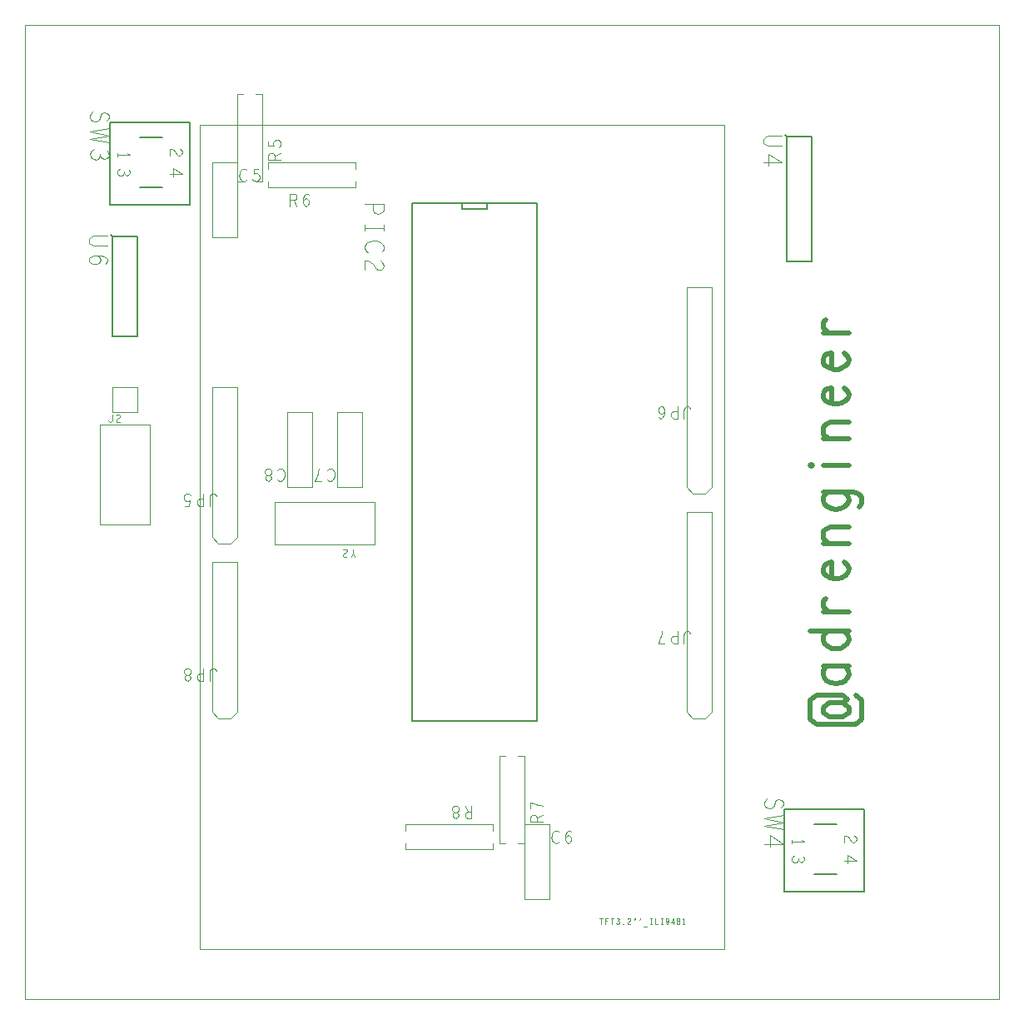
<source format=gto>
G04 ================== begin FILE IDENTIFICATION RECORD ==================*
G04 Layout Name:  C:/Projects/Board1-ili9481/board_v4.brd*
G04 Film Name:    SILKTOP*
G04 File Format:  Gerber RS274X*
G04 File Origin:  Cadence Allegro 17.2-P019*
G04 Origin Date:  Thu Oct 18 14:56:56 2018*
G04 *
G04 Layer:  BOARD GEOMETRY/SILKSCREEN_TOP*
G04 Layer:  BOARD GEOMETRY/DESIGN_OUTLINE*
G04 Layer:  BOARD GEOMETRY/CUTOUT*
G04 Layer:  REF DES/SILKSCREEN_TOP*
G04 Layer:  PACKAGE GEOMETRY/SILKSCREEN_TOP*
G04 *
G04 Offset:    (0.000 0.000)*
G04 Mirror:    No*
G04 Mode:      Positive*
G04 Rotation:  0*
G04 FullContactRelief:  No*
G04 UndefLineWidth:     0.100*
G04 ================== end FILE IDENTIFICATION RECORD ====================*
%FSLAX25Y25*MOMM*%
%IR0*IPPOS*OFA0.00000B0.00000*MIA0B0*SFA1.00000B1.00000*%
%ADD10C,.1*%
%ADD11C,.2*%
%ADD12C,.5*%
%ADD13C,.203*%
G75*
%LPD*%
G75*
G54D10*
G01X840700Y7763600D02*
X704200D01*
X675600Y7754200D01*
X656500Y7735200D01*
X650200Y7711500D01*
X656500Y7687800D01*
X675600Y7668800D01*
X704200Y7659400D01*
X840700D01*
G01X729600Y7566000D02*
X751800Y7549400D01*
X764500Y7535200D01*
X770800Y7516300D01*
X764500Y7499700D01*
X751800Y7487800D01*
X732700Y7478300D01*
X710500Y7476000D01*
X691500Y7478300D01*
X672400Y7487800D01*
X656500Y7502000D01*
X650200Y7518600D01*
X656500Y7537600D01*
X675600Y7554200D01*
X704200Y7563700D01*
X735900Y7566000D01*
X777200Y7561300D01*
X799400Y7554200D01*
X821600Y7542300D01*
X837500Y7525700D01*
X840700Y7509200D01*
X834400Y7492600D01*
X818500Y7480700D01*
G01X688300Y9023900D02*
X672400Y9004900D01*
X662900Y8983600D01*
Y8964600D01*
X672400Y8945700D01*
X688300Y8931400D01*
X710500Y8924300D01*
X732700Y8929100D01*
X751800Y8940900D01*
X764500Y8962300D01*
X770900Y8990700D01*
X783500Y9007300D01*
X805800Y9014400D01*
X828000Y9009600D01*
X843900Y8997800D01*
X853400Y8981200D01*
Y8964600D01*
X847100Y8948000D01*
X831200Y8933800D01*
G01X853400Y8854700D02*
X662900Y8821500D01*
X853400Y8783600D01*
X662900Y8745700D01*
X853400Y8712500D01*
G01X701000Y8645200D02*
X678800Y8631000D01*
X666100Y8612100D01*
X662900Y8590700D01*
X666100Y8571800D01*
X681900Y8552800D01*
X701000Y8541000D01*
X720000Y8538600D01*
X742300Y8543300D01*
X758100Y8559900D01*
X764500Y8576500D01*
Y8597800D01*
G01Y8576500D02*
X774000Y8562300D01*
X789900Y8550400D01*
X808900Y8545700D01*
X828000Y8550400D01*
X843900Y8562300D01*
X853400Y8583600D01*
X850200Y8604900D01*
X837500Y8626300D01*
G01X850400Y5885600D02*
X855300Y5877800D01*
X861100Y5872500D01*
X868000Y5869900D01*
X875700Y5872500D01*
X881600Y5877800D01*
X887400Y5885600D01*
X889400Y5896100D01*
Y5948600D01*
G01X930100Y5935500D02*
X935900Y5943400D01*
X942800Y5947300D01*
X950500Y5948600D01*
X960300Y5946000D01*
X967100Y5939400D01*
X969000Y5931500D01*
X968100Y5923700D01*
X964200Y5917100D01*
X944700Y5904000D01*
X935900Y5894800D01*
X930100Y5881700D01*
X928200Y5869900D01*
X969000D01*
G01X965200Y8445300D02*
X950400Y8435700D01*
X941900Y8422800D01*
X939800Y8408300D01*
X941900Y8395500D01*
X952500Y8382600D01*
X965200Y8374600D01*
X977900Y8373000D01*
X992700Y8376200D01*
X1003300Y8387400D01*
X1007500Y8398700D01*
Y8413200D01*
G01Y8398700D02*
X1013900Y8389000D01*
X1024500Y8381000D01*
X1037200Y8377800D01*
X1049900Y8381000D01*
X1060400Y8389000D01*
X1066800Y8403500D01*
X1064700Y8418000D01*
X1056200Y8432500D01*
G01X939800Y8587800D02*
X1066800D01*
X1041400Y8607100D01*
G01X939800D02*
Y8568500D01*
G01X1944800Y3340100D02*
X1936800Y3352800D01*
X1927100Y3361300D01*
X1915900Y3365500D01*
X1903000Y3361300D01*
X1893300Y3352800D01*
X1883700Y3340100D01*
X1880500Y3323200D01*
Y3238500D01*
G01X1815300Y3365500D02*
Y3238500D01*
X1776700D01*
X1763800Y3244900D01*
X1754200Y3259700D01*
X1751000Y3276600D01*
X1754200Y3293500D01*
X1762200Y3306200D01*
X1776700Y3312600D01*
X1815300D01*
G01X1653700Y3365500D02*
X1642400Y3363400D01*
X1629500Y3357000D01*
X1621500Y3346500D01*
X1618300Y3331600D01*
X1621500Y3316800D01*
X1631100Y3304100D01*
X1645600Y3297800D01*
X1661700D01*
X1671300Y3293500D01*
X1679400Y3283000D01*
X1682600Y3268100D01*
X1677800Y3253300D01*
X1666500Y3242700D01*
X1653700Y3238500D01*
X1640800Y3242700D01*
X1629500Y3253300D01*
X1624700Y3268100D01*
X1627900Y3283000D01*
X1636000Y3293500D01*
X1645600Y3297800D01*
X1661700D01*
X1676200Y3304100D01*
X1685800Y3316800D01*
X1689000Y3331600D01*
X1685800Y3346500D01*
X1677800Y3357000D01*
X1664900Y3363400D01*
X1653700Y3365500D01*
G01X1944800Y5118100D02*
X1936800Y5130800D01*
X1927100Y5139300D01*
X1915900Y5143500D01*
X1903000Y5139300D01*
X1893300Y5130800D01*
X1883700Y5118100D01*
X1880500Y5101200D01*
Y5016500D01*
G01X1815300Y5143500D02*
Y5016500D01*
X1776700D01*
X1763800Y5022900D01*
X1754200Y5037700D01*
X1751000Y5054600D01*
X1754200Y5071500D01*
X1762200Y5084200D01*
X1776700Y5090600D01*
X1815300D01*
G01X1689000Y5124500D02*
X1679400Y5135000D01*
X1668100Y5141400D01*
X1653700Y5143500D01*
X1639200Y5139300D01*
X1627900Y5130800D01*
X1619900Y5116000D01*
X1618300Y5099100D01*
X1621500Y5082100D01*
X1629500Y5071500D01*
X1640800Y5063100D01*
X1652000Y5061000D01*
X1663300Y5063100D01*
X1677800Y5071500D01*
X1673000Y5016500D01*
X1629500D01*
G01X1473200Y8390600D02*
X1600200D01*
X1509200Y8450200D01*
Y8369700D01*
G01X1579000Y8643700D02*
X1591700Y8634100D01*
X1598100Y8622800D01*
X1600200Y8609900D01*
X1596000Y8593800D01*
X1585400Y8582600D01*
X1572700Y8579400D01*
X1560000Y8581000D01*
X1549400Y8587400D01*
X1528200Y8619600D01*
X1513400Y8634100D01*
X1492200Y8643700D01*
X1473200Y8646900D01*
Y8579400D01*
G01X2569400Y5281100D02*
X2579000Y5274700D01*
X2590300Y5270500D01*
X2603100D01*
X2617600Y5276900D01*
X2628900Y5287400D01*
X2636900Y5300100D01*
X2643400Y5321300D01*
X2645000Y5340400D01*
X2641700Y5359400D01*
X2636900Y5372100D01*
X2627300Y5384800D01*
X2616000Y5393300D01*
X2604800Y5397500D01*
X2593500D01*
X2582200Y5393300D01*
X2572600Y5386900D01*
X2564500Y5378500D01*
G01X2475300Y5397500D02*
X2464000Y5395400D01*
X2451100Y5389000D01*
X2443100Y5378500D01*
X2439900Y5363600D01*
X2443100Y5348800D01*
X2452700Y5336100D01*
X2467200Y5329800D01*
X2483300D01*
X2492900Y5325500D01*
X2501000Y5315000D01*
X2504200Y5300100D01*
X2499400Y5285300D01*
X2488100Y5274700D01*
X2475300Y5270500D01*
X2462400Y5274700D01*
X2451100Y5285300D01*
X2446300Y5300100D01*
X2449500Y5315000D01*
X2457600Y5325500D01*
X2467200Y5329800D01*
X2483300D01*
X2497800Y5336100D01*
X2507400Y5348800D01*
X2510600Y5363600D01*
X2507400Y5378500D01*
X2499400Y5389000D01*
X2486500Y5395400D01*
X2475300Y5397500D01*
G01X2697100Y8064500D02*
Y8191500D01*
X2737300D01*
X2750200Y8185100D01*
X2758200Y8176700D01*
X2761400Y8159700D01*
X2758200Y8142800D01*
X2748600Y8132200D01*
X2737300Y8125900D01*
X2697100D01*
G01X2737300D02*
X2761400Y8064500D01*
G01X2828200Y8117400D02*
X2839400Y8132200D01*
X2849100Y8140700D01*
X2862000Y8144900D01*
X2873200Y8140700D01*
X2881300Y8132200D01*
X2887700Y8119500D01*
X2889300Y8104700D01*
X2887700Y8092000D01*
X2881300Y8079300D01*
X2871600Y8068700D01*
X2860400Y8064500D01*
X2847500Y8068700D01*
X2836200Y8081400D01*
X2829800Y8100500D01*
X2828200Y8121600D01*
X2831400Y8149200D01*
X2836200Y8164000D01*
X2844300Y8178800D01*
X2855500Y8189400D01*
X2866800Y8191500D01*
X2878100Y8187300D01*
X2886100Y8176700D01*
G01X2256600Y8434900D02*
X2247000Y8441300D01*
X2235700Y8445500D01*
X2222900D01*
X2208400Y8439100D01*
X2197100Y8428600D01*
X2189100Y8415900D01*
X2182600Y8394700D01*
X2181000Y8375600D01*
X2184300Y8356600D01*
X2189100Y8343900D01*
X2198700Y8331200D01*
X2210000Y8322700D01*
X2221200Y8318500D01*
X2232500D01*
X2243800Y8322700D01*
X2253400Y8329100D01*
X2261500Y8337500D01*
G01X2315400D02*
X2325000Y8327000D01*
X2336300Y8320600D01*
X2350700Y8318500D01*
X2365200Y8322700D01*
X2376500Y8331200D01*
X2384500Y8346000D01*
X2386100Y8362900D01*
X2382900Y8379900D01*
X2374900Y8390500D01*
X2363600Y8398900D01*
X2352400Y8401000D01*
X2341100Y8398900D01*
X2326600Y8390500D01*
X2331400Y8445500D01*
X2374900D01*
G01X2603500Y8539100D02*
X2476500D01*
Y8579300D01*
X2482900Y8592200D01*
X2491300Y8600200D01*
X2508300Y8603400D01*
X2525200Y8600200D01*
X2535800Y8590600D01*
X2542100Y8579300D01*
Y8539100D01*
G01Y8579300D02*
X2603500Y8603400D01*
G01X2584500Y8665400D02*
X2595000Y8675000D01*
X2601400Y8686300D01*
X2603500Y8700700D01*
X2599300Y8715200D01*
X2590800Y8726500D01*
X2576000Y8734500D01*
X2559100Y8736100D01*
X2542100Y8732900D01*
X2531500Y8724900D01*
X2523100Y8713600D01*
X2521000Y8702400D01*
X2523100Y8691100D01*
X2531500Y8676600D01*
X2476500Y8681400D01*
Y8724900D01*
G01X3336300Y4574500D02*
Y4539100D01*
X3355800Y4495800D01*
G01X3316800D02*
X3336300Y4539100D01*
G01X3276100Y4508900D02*
X3270300Y4501000D01*
X3263400Y4497100D01*
X3255700Y4495800D01*
X3245900Y4498400D01*
X3239100Y4505000D01*
X3237200Y4512900D01*
X3238100Y4520700D01*
X3242000Y4527300D01*
X3261500Y4540400D01*
X3270300Y4549600D01*
X3276100Y4562700D01*
X3278000Y4574500D01*
X3237200D01*
G01X3077400Y5281100D02*
X3087000Y5274700D01*
X3098300Y5270500D01*
X3111100D01*
X3125600Y5276900D01*
X3136900Y5287400D01*
X3144900Y5300100D01*
X3151400Y5321300D01*
X3153000Y5340400D01*
X3149700Y5359400D01*
X3144900Y5372100D01*
X3135300Y5384800D01*
X3124000Y5393300D01*
X3112800Y5397500D01*
X3101500D01*
X3090200Y5393300D01*
X3080600Y5386900D01*
X3072500Y5378500D01*
G01X2986500Y5397500D02*
X2983300Y5370000D01*
X2978400Y5346700D01*
X2972000Y5325500D01*
X2963900Y5302300D01*
X2951100Y5270500D01*
X3015400D01*
G01X3456900Y8082700D02*
X3647400D01*
Y8025800D01*
X3637900Y8006900D01*
X3615700Y7992600D01*
X3590300Y7987900D01*
X3564900Y7992600D01*
X3545800Y8004500D01*
X3536300Y8025800D01*
Y8082700D01*
G01X3647400Y7873200D02*
Y7816400D01*
G01Y7844800D02*
X3456900D01*
G01Y7873200D02*
Y7816400D01*
G01X3631500Y7602200D02*
X3641100Y7616400D01*
X3647400Y7633000D01*
Y7651900D01*
X3637900Y7673300D01*
X3622000Y7689800D01*
X3602900Y7701700D01*
X3571200Y7711200D01*
X3542600Y7713600D01*
X3514000Y7708800D01*
X3495000Y7701700D01*
X3475900Y7687500D01*
X3463200Y7670900D01*
X3456900Y7654300D01*
Y7637700D01*
X3463200Y7621100D01*
X3472800Y7606900D01*
X3485500Y7595000D01*
G01X3615700Y7508800D02*
X3634700Y7494600D01*
X3644200Y7478000D01*
X3647400Y7459100D01*
X3641100Y7435400D01*
X3625200Y7418800D01*
X3606100Y7414000D01*
X3587100Y7416400D01*
X3571200Y7425900D01*
X3539400Y7473300D01*
X3517200Y7494600D01*
X3485500Y7508800D01*
X3456900Y7513600D01*
Y7414000D01*
G01X4541900Y1968500D02*
Y1841500D01*
X4501700D01*
X4488800Y1847900D01*
X4480800Y1856300D01*
X4477600Y1873300D01*
X4480800Y1890200D01*
X4490400Y1900800D01*
X4501700Y1907100D01*
X4541900D01*
G01X4501700D02*
X4477600Y1968500D01*
G01X4380300D02*
X4369000Y1966400D01*
X4356100Y1960000D01*
X4348100Y1949500D01*
X4344900Y1934600D01*
X4348100Y1919800D01*
X4357700Y1907100D01*
X4372200Y1900800D01*
X4388300D01*
X4397900Y1896500D01*
X4406000Y1886000D01*
X4409200Y1871100D01*
X4404400Y1856300D01*
X4393100Y1845700D01*
X4380300Y1841500D01*
X4367400Y1845700D01*
X4356100Y1856300D01*
X4351300Y1871100D01*
X4354500Y1886000D01*
X4362600Y1896500D01*
X4372200Y1900800D01*
X4388300D01*
X4402800Y1907100D01*
X4412400Y1919800D01*
X4415600Y1934600D01*
X4412400Y1949500D01*
X4404400Y1960000D01*
X4391500Y1966400D01*
X4380300Y1968500D01*
G01X5270500Y1808100D02*
X5143500D01*
Y1848300D01*
X5149900Y1861200D01*
X5158300Y1869200D01*
X5175300Y1872400D01*
X5192200Y1869200D01*
X5202800Y1859600D01*
X5209100Y1848300D01*
Y1808100D01*
G01Y1848300D02*
X5270500Y1872400D01*
G01Y1966500D02*
X5243000Y1969700D01*
X5219700Y1974600D01*
X5198500Y1981000D01*
X5175300Y1989100D01*
X5143500Y2001900D01*
Y1937600D01*
G01X5862300Y825500D02*
Y762000D01*
G01X5846700Y825500D02*
X5877900D01*
G01X5905200Y762000D02*
Y825500D01*
X5931000D01*
G01X5921500Y794800D02*
X5905200D01*
G01X5973900Y825500D02*
Y762000D01*
G01X5958300Y825500D02*
X5989500D01*
G01X6014800Y774700D02*
X6018900Y767300D01*
X6024300Y763100D01*
X6030400Y762000D01*
X6035800Y763100D01*
X6041200Y768300D01*
X6044600Y774700D01*
X6045300Y781000D01*
X6043900Y788500D01*
X6039200Y793700D01*
X6034400Y795900D01*
X6028300D01*
G01X6034400D02*
X6038500Y799000D01*
X6041900Y804300D01*
X6043200Y810700D01*
X6041900Y817000D01*
X6038500Y822300D01*
X6032400Y825500D01*
X6026300Y824400D01*
X6020200Y820200D01*
G01X6085500Y759900D02*
X6084100Y760900D01*
Y763100D01*
X6085500Y764100D01*
X6086900Y763100D01*
Y760900D01*
X6085500Y759900D01*
G01X6128400Y814900D02*
X6132500Y821300D01*
X6137200Y824400D01*
X6142700Y825500D01*
X6149400Y823400D01*
X6154200Y818100D01*
X6155500Y811700D01*
X6154800Y805400D01*
X6152100Y800100D01*
X6138600Y789500D01*
X6132500Y782100D01*
X6128400Y771500D01*
X6127100Y762000D01*
X6155500D01*
G01X6197100Y804300D02*
X6203900Y817600D01*
Y825500D01*
X6198800D01*
Y817600D01*
X6203900D01*
G01X6252900Y804300D02*
X6259700Y817600D01*
Y825500D01*
X6254600D01*
Y817600D01*
X6259700D01*
G01X6288400Y740800D02*
X6329000D01*
G01X6356400Y825500D02*
X6372600D01*
G01X6364500D02*
Y762000D01*
G01X6356400D02*
X6372600D01*
G01X6406800Y825500D02*
Y762000D01*
X6433800D01*
G01X6468000Y825500D02*
X6484200D01*
G01X6476100D02*
Y762000D01*
G01X6468000D02*
X6484200D01*
G01X6520400Y769400D02*
X6525100Y764100D01*
X6530500Y762000D01*
X6536000Y764100D01*
X6540700Y770500D01*
X6544100Y780000D01*
X6545400Y789500D01*
Y801200D01*
X6544100Y810700D01*
X6540700Y819100D01*
X6536600Y823400D01*
X6531900Y825500D01*
X6526500Y823400D01*
X6522400Y819100D01*
X6519700Y812800D01*
X6518400Y804300D01*
X6519700Y796900D01*
X6523100Y789500D01*
X6527200Y785300D01*
X6531900Y784200D01*
X6537300Y786300D01*
X6541400Y791600D01*
X6545400Y801200D01*
G01X6595800Y762000D02*
Y825500D01*
X6570800Y780000D01*
X6604600D01*
G01X6643500Y762000D02*
X6648200Y763100D01*
X6653600Y766200D01*
X6657000Y771500D01*
X6658400Y778900D01*
X6657000Y786300D01*
X6653000Y792700D01*
X6646900Y795900D01*
X6640100D01*
X6636100Y798000D01*
X6632700Y803300D01*
X6631300Y810700D01*
X6633400Y818100D01*
X6638100Y823400D01*
X6643500Y825500D01*
X6648900Y823400D01*
X6653600Y818100D01*
X6655700Y810700D01*
X6654300Y803300D01*
X6650900Y798000D01*
X6646900Y795900D01*
X6640100D01*
X6634000Y792700D01*
X6630000Y786300D01*
X6628600Y778900D01*
X6630000Y771500D01*
X6633400Y766200D01*
X6638800Y763100D01*
X6643500Y762000D01*
G01X6699300D02*
Y825500D01*
X6691200Y812800D01*
G01Y762000D02*
X6707400D01*
G01X5431600Y1703900D02*
X5422000Y1710300D01*
X5410700Y1714500D01*
X5397900D01*
X5383400Y1708100D01*
X5372100Y1697600D01*
X5364100Y1684900D01*
X5357600Y1663700D01*
X5356000Y1644600D01*
X5359300Y1625600D01*
X5364100Y1612900D01*
X5373700Y1600200D01*
X5385000Y1591700D01*
X5396200Y1587500D01*
X5407500D01*
X5418800Y1591700D01*
X5428400Y1598100D01*
X5436500Y1606500D01*
G01X5495200Y1640400D02*
X5506400Y1655200D01*
X5516100Y1663700D01*
X5529000Y1667900D01*
X5540200Y1663700D01*
X5548300Y1655200D01*
X5554700Y1642500D01*
X5556300Y1627700D01*
X5554700Y1615000D01*
X5548300Y1602300D01*
X5538600Y1591700D01*
X5527400Y1587500D01*
X5514500Y1591700D01*
X5503200Y1604400D01*
X5496800Y1623500D01*
X5495200Y1644600D01*
X5498400Y1672200D01*
X5503200Y1687000D01*
X5511300Y1701800D01*
X5522500Y1712400D01*
X5533800Y1714500D01*
X5545100Y1710300D01*
X5553100Y1699700D01*
G01X6765700Y3721100D02*
X6757700Y3733800D01*
X6748000Y3742300D01*
X6736800Y3746500D01*
X6723900Y3742300D01*
X6714200Y3733800D01*
X6704600Y3721100D01*
X6701400Y3704200D01*
Y3619500D01*
G01X6636200Y3746500D02*
Y3619500D01*
X6597600D01*
X6584700Y3625900D01*
X6575100Y3640700D01*
X6571900Y3657600D01*
X6575100Y3674500D01*
X6583100Y3687200D01*
X6597600Y3693600D01*
X6636200D01*
G01X6477800Y3746500D02*
X6474600Y3719000D01*
X6469700Y3695700D01*
X6463300Y3674500D01*
X6455200Y3651300D01*
X6442400Y3619500D01*
X6506700D01*
G01X6765700Y6007100D02*
X6757700Y6019800D01*
X6748000Y6028300D01*
X6736800Y6032500D01*
X6723900Y6028300D01*
X6714200Y6019800D01*
X6704600Y6007100D01*
X6701400Y5990200D01*
Y5905500D01*
G01X6636200Y6032500D02*
Y5905500D01*
X6597600D01*
X6584700Y5911900D01*
X6575100Y5926700D01*
X6571900Y5943600D01*
X6575100Y5960500D01*
X6583100Y5973200D01*
X6597600Y5979600D01*
X6636200D01*
G01X6505100D02*
X6493900Y5964800D01*
X6484200Y5956300D01*
X6471300Y5952100D01*
X6460100Y5956300D01*
X6452000Y5964800D01*
X6445600Y5977500D01*
X6444000Y5992300D01*
X6445600Y6005000D01*
X6452000Y6017700D01*
X6461700Y6028300D01*
X6472900Y6032500D01*
X6485800Y6028300D01*
X6497100Y6015600D01*
X6503500Y5996500D01*
X6505100Y5975400D01*
X6501900Y5947800D01*
X6497100Y5933000D01*
X6489000Y5918200D01*
X6477800Y5907600D01*
X6466500Y5905500D01*
X6455200Y5909700D01*
X6447200Y5920300D01*
G01X7546300Y2038900D02*
X7530400Y2019900D01*
X7520900Y1998600D01*
Y1979600D01*
X7530400Y1960700D01*
X7546300Y1946400D01*
X7568500Y1939300D01*
X7590700Y1944100D01*
X7609800Y1955900D01*
X7622500Y1977300D01*
X7628900Y2005700D01*
X7641500Y2022300D01*
X7663800Y2029400D01*
X7686000Y2024600D01*
X7701900Y2012800D01*
X7711400Y1996200D01*
Y1979600D01*
X7705100Y1963000D01*
X7689200Y1948800D01*
G01X7711400Y1869700D02*
X7520900Y1836500D01*
X7711400Y1798600D01*
X7520900Y1760700D01*
X7711400Y1727500D01*
G01X7520900Y1579700D02*
X7711400D01*
X7574900Y1667400D01*
Y1548800D01*
G01X7698700Y8779600D02*
X7562200D01*
X7533600Y8770200D01*
X7514500Y8751200D01*
X7508200Y8727500D01*
X7514500Y8703800D01*
X7533600Y8684800D01*
X7562200Y8675400D01*
X7698700D01*
G01X7508200Y8508600D02*
X7698700D01*
X7562200Y8596300D01*
Y8477700D01*
G01X7823200Y1460300D02*
X7808400Y1450700D01*
X7799900Y1437800D01*
X7797800Y1423300D01*
X7799900Y1410500D01*
X7810500Y1397600D01*
X7823200Y1389600D01*
X7835900Y1388000D01*
X7850700Y1391200D01*
X7861300Y1402400D01*
X7865500Y1413700D01*
Y1428200D01*
G01Y1413700D02*
X7871900Y1404000D01*
X7882500Y1396000D01*
X7895200Y1392800D01*
X7907900Y1396000D01*
X7918400Y1404000D01*
X7924800Y1418500D01*
X7922700Y1433000D01*
X7914200Y1447500D01*
G01X7797800Y1602800D02*
X7924800D01*
X7899400Y1622100D01*
G01X7797800D02*
Y1583500D01*
G01X8331200Y1405600D02*
X8458200D01*
X8367200Y1465200D01*
Y1384700D01*
G01X8437000Y1658700D02*
X8449700Y1649100D01*
X8456100Y1637800D01*
X8458200Y1624900D01*
X8454000Y1608800D01*
X8443400Y1597600D01*
X8430700Y1594400D01*
X8418000Y1596000D01*
X8407400Y1602400D01*
X8386200Y1634600D01*
X8371400Y1649100D01*
X8350200Y1658700D01*
X8331200Y1661900D01*
Y1594400D01*
G01X0Y0D02*
Y9906000D01*
X9906000D01*
Y0D01*
X0D01*
G01X762000Y4826000D02*
Y5842000D01*
X1270000D01*
Y4826000D01*
X762000D01*
G01X889000Y5969000D02*
Y6223000D01*
X1143000D01*
Y5969000D01*
X889000D01*
G01X1778000Y508000D02*
Y8890000D01*
X7112000D01*
Y508000D01*
X1778000D01*
G01X2095500Y2857500D02*
X2159000Y2921000D01*
Y4445000D01*
X1905000D01*
Y2921000D01*
X1968500Y2857500D01*
X2095500D01*
G01Y4635500D02*
X2159000Y4699000D01*
Y6223000D01*
X1905000D01*
Y4699000D01*
X1968500Y4635500D01*
X2095500D01*
G01X1905000Y7747000D02*
Y8509000D01*
X2159000D01*
Y7747000D01*
X1905000D01*
G01X2540000Y4622800D02*
Y5054600D01*
X3556000D01*
Y4622800D01*
X2540000D01*
G01X2921000Y5969000D02*
Y5207000D01*
X2667000D01*
Y5969000D01*
X2921000D01*
G01X3365500Y8318500D02*
Y8255000D01*
X2476500D01*
Y8318500D01*
G01Y8445500D02*
Y8509000D01*
X3365500D01*
Y8445500D01*
G01X2349500Y9207500D02*
X2413000D01*
Y8318500D01*
X2349500D01*
G01X2222500D02*
X2159000D01*
Y9207500D01*
X2222500D01*
G01X3429000Y5969000D02*
Y5207000D01*
X3175000D01*
Y5969000D01*
X3429000D01*
G01X3873500Y1714500D02*
Y1778000D01*
X4762500D01*
Y1714500D01*
G01Y1587500D02*
Y1524000D01*
X3873500D01*
Y1587500D01*
G01X5080000Y1016000D02*
Y1778000D01*
X5334000D01*
Y1016000D01*
X5080000D01*
G01X5016500Y2476500D02*
X5080000D01*
Y1587500D01*
X5016500D01*
G01X4889500D02*
X4826000D01*
Y2476500D01*
X4889500D01*
G01X6921500Y2857500D02*
X6985000Y2921000D01*
Y4953000D01*
X6731000D01*
Y2921000D01*
X6794500Y2857500D01*
X6921500D01*
G01Y5143500D02*
X6985000Y5207000D01*
Y7239000D01*
X6731000D01*
Y5207000D01*
X6794500Y5143500D01*
X6921500D01*
G54D11*
G01X1397000Y8255000D02*
X1168400D01*
G01X863600Y8915400D02*
Y8077200D01*
X1676400D01*
Y8915400D01*
X863600D01*
G01X1397000Y8763000D02*
X1168400D01*
G01X8255000Y1270000D02*
X8026400D01*
G01X7721600Y1930400D02*
Y1092200D01*
X8534400D01*
Y1930400D01*
X7721600D01*
G01X8255000Y1778000D02*
X8026400D01*
G54D12*
G01X8316000Y3016900D02*
X8382000Y2967400D01*
Y2917800D01*
X8316000Y2868300D01*
X8183900D01*
X8117900Y2917800D01*
Y2967400D01*
X8183900Y3016900D01*
X8316000D01*
X8368800Y3051600D01*
X8316000Y3091200D01*
X8051800D01*
X7985800Y3041700D01*
Y2843500D01*
X8051800Y2794000D01*
X8448000D01*
X8514100Y2843500D01*
Y3041700D01*
X8448000Y3091200D01*
G01X8382000Y3386500D02*
X8117900D01*
G01X8164100D02*
X8137700Y3366600D01*
X8124500Y3336900D01*
X8117900Y3302300D01*
X8131100Y3267600D01*
X8157500Y3237900D01*
X8197100Y3218000D01*
X8249900Y3208100D01*
X8302800Y3218000D01*
X8342400Y3237900D01*
X8368800Y3267600D01*
X8382000Y3302300D01*
X8375400Y3336900D01*
X8355600Y3366600D01*
X8329200Y3386500D01*
G01X7985800Y3741200D02*
X8382000D01*
G01X8322600D02*
X8355600Y3721300D01*
X8375400Y3691600D01*
X8382000Y3657000D01*
X8368800Y3617300D01*
X8335800Y3587600D01*
X8296200Y3567800D01*
X8249900Y3562800D01*
X8203700Y3567800D01*
X8164100Y3587600D01*
X8131100Y3617300D01*
X8117900Y3657000D01*
X8124500Y3691600D01*
X8137700Y3716400D01*
X8164100Y3741200D01*
G01X8382000Y3937400D02*
X8117900D01*
G01X8170700D02*
X8144300Y3962100D01*
X8124500Y3986900D01*
X8117900Y4021600D01*
X8124500Y4046300D01*
X8144300Y4076000D01*
G01X8203700Y4287100D02*
Y4445600D01*
X8157500Y4430700D01*
X8131100Y4406000D01*
X8117900Y4371300D01*
X8124500Y4336600D01*
X8144300Y4306900D01*
X8190500Y4287100D01*
X8230100Y4277200D01*
X8269700D01*
X8309400Y4287100D01*
X8349000Y4311900D01*
X8375400Y4341600D01*
X8382000Y4376300D01*
X8368800Y4410900D01*
X8329200Y4445600D01*
G01X8382000Y4631900D02*
X8117900D01*
G01X8183900D02*
X8150900Y4651700D01*
X8124500Y4681400D01*
X8117900Y4721100D01*
X8124500Y4755700D01*
X8150900Y4785400D01*
X8197100Y4800300D01*
X8382000D01*
G01X8481100Y5001500D02*
X8507500Y5036100D01*
X8514100Y5075800D01*
X8507500Y5110400D01*
X8474500Y5140100D01*
X8428200Y5160000D01*
X8117900D01*
G01X8170700D02*
X8144300Y5140100D01*
X8124500Y5110400D01*
X8117900Y5075800D01*
X8131100Y5036100D01*
X8157500Y5011400D01*
X8203700Y4991500D01*
X8249900Y4981600D01*
X8289600Y4986600D01*
X8335800Y5006400D01*
X8368800Y5036100D01*
X8382000Y5075800D01*
X8375400Y5105500D01*
X8349000Y5140100D01*
X8322600Y5160000D01*
G01X8117900Y5425500D02*
X8382000D01*
G01X8012200D02*
X8005600Y5415600D01*
X7992400D01*
X7985800Y5425500D01*
X7992400Y5435400D01*
X8005600D01*
X8012200Y5425500D01*
G01X8382000Y5696000D02*
X8117900D01*
G01X8183900D02*
X8150900Y5715800D01*
X8124500Y5745500D01*
X8117900Y5785200D01*
X8124500Y5819800D01*
X8150900Y5849500D01*
X8197100Y5864400D01*
X8382000D01*
G01X8203700Y6060600D02*
Y6219100D01*
X8157500Y6204200D01*
X8131100Y6179500D01*
X8117900Y6144800D01*
X8124500Y6110100D01*
X8144300Y6080400D01*
X8190500Y6060600D01*
X8230100Y6050700D01*
X8269700D01*
X8309400Y6060600D01*
X8349000Y6085400D01*
X8375400Y6115100D01*
X8382000Y6149800D01*
X8368800Y6184400D01*
X8329200Y6219100D01*
G01X8203700Y6415300D02*
Y6573800D01*
X8157500Y6558900D01*
X8131100Y6534200D01*
X8117900Y6499500D01*
X8124500Y6464800D01*
X8144300Y6435100D01*
X8190500Y6415300D01*
X8230100Y6405400D01*
X8269700D01*
X8309400Y6415300D01*
X8349000Y6440100D01*
X8375400Y6469800D01*
X8382000Y6504500D01*
X8368800Y6539100D01*
X8329200Y6573800D01*
G01X8382000Y6775000D02*
X8117900D01*
G01X8170700D02*
X8144300Y6799700D01*
X8124500Y6824500D01*
X8117900Y6859200D01*
X8124500Y6883900D01*
X8144300Y6913600D01*
G54D13*
G01X889000Y6743700D02*
Y7759700D01*
G01X1143000D02*
Y6743700D01*
G01D02*
X889000D01*
G01X876300Y7772400D02*
X889000Y7759700D01*
G01D02*
X1143000D01*
G01X3937000Y8096200D02*
Y2825800D01*
G01D02*
X5207000D01*
G01X4445000Y8096200D02*
X3937000D01*
G01X4699000D02*
Y8032800D01*
G01D02*
X4445000D01*
G01D02*
Y8096200D01*
G01X5207000D02*
X4699000D01*
G01D02*
X4445000D01*
G01X5207000Y2825800D02*
Y8096200D01*
G01X7747000Y7505700D02*
Y8775700D01*
G01X8001000D02*
Y7505700D01*
G01D02*
X7747000D01*
G01Y8775700D02*
X8001000D01*
G01X7734300Y8788400D02*
X7747000Y8775700D01*
M02*

</source>
